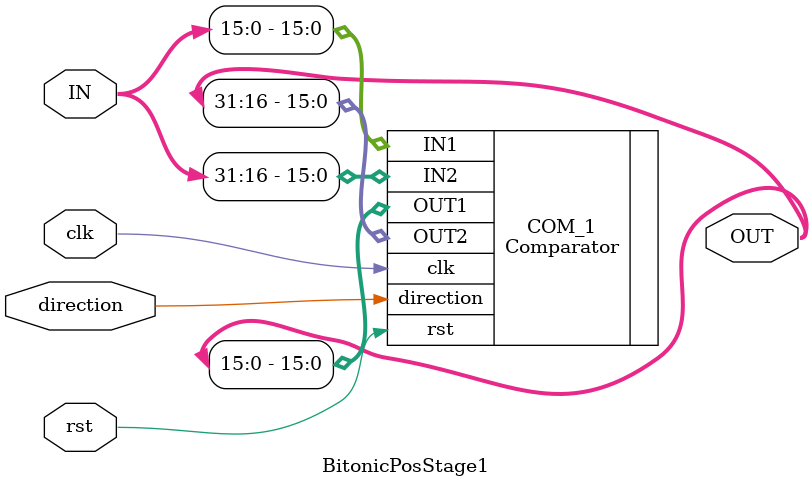
<source format=v>
module BitonicPosStage1 #( parameter W = 16)(
		//INPUT
		input clk, rst,
		input  direction,
		input  [(2*W)-1:0] IN,
		
		//OUTPUT
		output [(2*W)-1:0] OUT
	);
	
	Comparator #(W) COM_1 (.clk(clk), .rst(rst), .direction(direction), .IN1 (IN [W-1:0]), .IN2 (IN [2*W-1:W]), .OUT1 (OUT[W-1:0]), .OUT2 (OUT[2*W-1:W]));

endmodule

</source>
